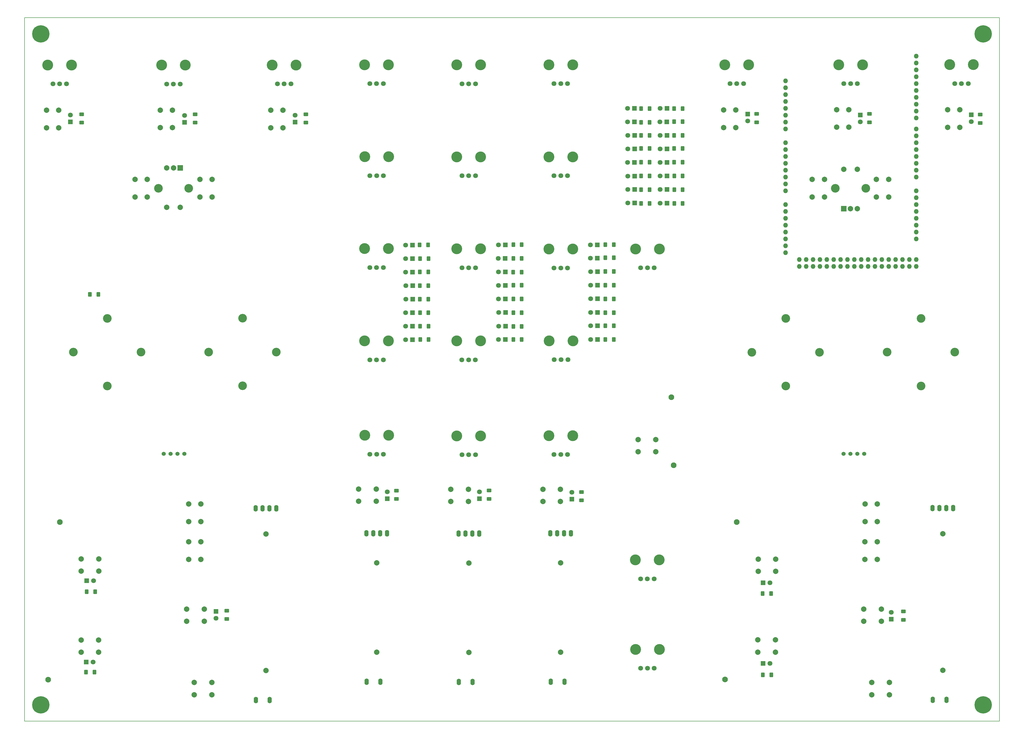
<source format=gbr>
%TF.GenerationSoftware,KiCad,Pcbnew,(5.99.0-11071-g7fde05e8ee)*%
%TF.CreationDate,2021-07-29T16:05:04+02:00*%
%TF.ProjectId,Mixduino,4d697864-7569-46e6-9f2e-6b696361645f,rev?*%
%TF.SameCoordinates,Original*%
%TF.FileFunction,Soldermask,Bot*%
%TF.FilePolarity,Negative*%
%FSLAX46Y46*%
G04 Gerber Fmt 4.6, Leading zero omitted, Abs format (unit mm)*
G04 Created by KiCad (PCBNEW (5.99.0-11071-g7fde05e8ee)) date 2021-07-29 16:05:04*
%MOMM*%
%LPD*%
G01*
G04 APERTURE LIST*
G04 Aperture macros list*
%AMRoundRect*
0 Rectangle with rounded corners*
0 $1 Rounding radius*
0 $2 $3 $4 $5 $6 $7 $8 $9 X,Y pos of 4 corners*
0 Add a 4 corners polygon primitive as box body*
4,1,4,$2,$3,$4,$5,$6,$7,$8,$9,$2,$3,0*
0 Add four circle primitives for the rounded corners*
1,1,$1+$1,$2,$3*
1,1,$1+$1,$4,$5*
1,1,$1+$1,$6,$7*
1,1,$1+$1,$8,$9*
0 Add four rect primitives between the rounded corners*
20,1,$1+$1,$2,$3,$4,$5,0*
20,1,$1+$1,$4,$5,$6,$7,0*
20,1,$1+$1,$6,$7,$8,$9,0*
20,1,$1+$1,$8,$9,$2,$3,0*%
G04 Aperture macros list end*
%TA.AperFunction,Profile*%
%ADD10C,0.150000*%
%TD*%
%ADD11O,1.727200X1.727200*%
%ADD12R,1.800000X1.800000*%
%ADD13C,1.800000*%
%ADD14C,2.000000*%
%ADD15O,1.600000X2.400000*%
%ADD16O,1.600000X2.462000*%
%ADD17C,2.100000*%
%ADD18C,3.600000*%
%ADD19C,6.400000*%
%ADD20C,3.200000*%
%ADD21C,4.000000*%
%ADD22C,1.524000*%
%ADD23R,2.000000X2.000000*%
%ADD24RoundRect,0.250000X-0.400000X-0.625000X0.400000X-0.625000X0.400000X0.625000X-0.400000X0.625000X0*%
%ADD25RoundRect,0.250000X0.625000X-0.400000X0.625000X0.400000X-0.625000X0.400000X-0.625000X-0.400000X0*%
%ADD26RoundRect,0.250000X0.400000X0.625000X-0.400000X0.625000X-0.400000X-0.625000X0.400000X-0.625000X0*%
%ADD27RoundRect,0.250000X-0.625000X0.400000X-0.625000X-0.400000X0.625000X-0.400000X0.625000X0.400000X0*%
G04 APERTURE END LIST*
D10*
X479000000Y-311000000D02*
X119000000Y-311000000D01*
X119000000Y-311000000D02*
X119000000Y-51000000D01*
X479000000Y-51000000D02*
X479000000Y-311000000D01*
X119000000Y-51000000D02*
X479000000Y-51000000D01*
D11*
%TO.C,XA1*%
X399957500Y-74315000D03*
X399957500Y-81935000D03*
X399957500Y-84475000D03*
X448217500Y-140355000D03*
X448217500Y-142895000D03*
X399957500Y-97175000D03*
X399957500Y-99715000D03*
X399957500Y-102255000D03*
X399957500Y-104795000D03*
X399957500Y-107335000D03*
X399957500Y-109875000D03*
X399957500Y-112415000D03*
X399957500Y-114955000D03*
X399957500Y-120035000D03*
X399957500Y-122575000D03*
X399957500Y-125115000D03*
X399957500Y-127655000D03*
X399957500Y-130195000D03*
X399957500Y-132735000D03*
X399957500Y-135275000D03*
X399957500Y-137815000D03*
X448217500Y-70251000D03*
X448217500Y-109875000D03*
X448217500Y-107335000D03*
X448217500Y-104795000D03*
X448217500Y-102255000D03*
X448217500Y-99715000D03*
X448217500Y-97175000D03*
X448217500Y-94635000D03*
X448217500Y-92095000D03*
X448217500Y-88031000D03*
X448217500Y-85491000D03*
X448217500Y-82951000D03*
X448217500Y-80411000D03*
X448217500Y-77871000D03*
X448217500Y-75331000D03*
X448217500Y-114955000D03*
X448217500Y-117495000D03*
X448217500Y-120035000D03*
X448217500Y-122575000D03*
X448217500Y-125115000D03*
X448217500Y-127655000D03*
X448217500Y-130195000D03*
X448217500Y-132735000D03*
X445677500Y-140355000D03*
X445677500Y-142895000D03*
X443137500Y-140355000D03*
X443137500Y-142895000D03*
X440597500Y-140355000D03*
X440597500Y-142895000D03*
X438057500Y-140355000D03*
X438057500Y-142895000D03*
X435517500Y-140355000D03*
X435517500Y-142895000D03*
X432977500Y-140355000D03*
X432977500Y-142895000D03*
X430437500Y-140355000D03*
X430437500Y-142895000D03*
X427897500Y-140355000D03*
X427897500Y-142895000D03*
X425357500Y-140355000D03*
X425357500Y-142895000D03*
X422817500Y-140355000D03*
X422817500Y-142895000D03*
X420277500Y-140355000D03*
X420277500Y-142895000D03*
X417737500Y-140355000D03*
X417737500Y-142895000D03*
X415197500Y-140355000D03*
X415197500Y-142895000D03*
X412657500Y-140355000D03*
X412657500Y-142895000D03*
X410117500Y-140355000D03*
X410117500Y-142895000D03*
X407577500Y-140355000D03*
X407577500Y-142895000D03*
X448217500Y-72791000D03*
X399957500Y-87015000D03*
X399957500Y-89555000D03*
X405037500Y-140355000D03*
X405037500Y-142895000D03*
X399957500Y-76855000D03*
X399957500Y-79395000D03*
X448217500Y-65171000D03*
X448217500Y-67711000D03*
X399957500Y-92095000D03*
%TD*%
D12*
%TO.C,D17*%
X296535000Y-154950000D03*
D13*
X293995000Y-154950000D03*
%TD*%
D14*
%TO.C,SW44*%
X428868839Y-274080000D03*
X435368839Y-274080000D03*
X435368839Y-269580000D03*
X428868839Y-269580000D03*
%TD*%
%TO.C,SW19*%
X179570000Y-244690000D03*
X179570000Y-251190000D03*
X184070000Y-244690000D03*
X184070000Y-251190000D03*
%TD*%
%TO.C,RV1*%
X249000000Y-285500000D03*
X249000000Y-252500000D03*
D15*
X245190000Y-241568000D03*
X250270000Y-241568000D03*
X247730000Y-241568000D03*
D16*
X252810000Y-241568000D03*
D15*
X250380000Y-296432000D03*
X245300000Y-296432000D03*
%TD*%
D12*
%TO.C,D14*%
X296530000Y-169960000D03*
D13*
X293990000Y-169960000D03*
%TD*%
D17*
%TO.C,REF\u002A\u002A*%
X127700000Y-295620000D03*
%TD*%
D14*
%TO.C,SW8*%
X146400000Y-251010000D03*
X139900000Y-251010000D03*
X139900000Y-255510000D03*
X146400000Y-255510000D03*
%TD*%
D12*
%TO.C,D3*%
X262245000Y-159990000D03*
D13*
X259705000Y-159990000D03*
%TD*%
D18*
%TO.C,REF\u002A\u002A*%
X473000000Y-57000000D03*
D19*
X473000000Y-57000000D03*
%TD*%
D14*
%TO.C,SW21*%
X352030000Y-211390000D03*
X345530000Y-211390000D03*
X345530000Y-206890000D03*
X352030000Y-206890000D03*
%TD*%
D20*
%TO.C,REF\u002A\u002A*%
X149520000Y-162090000D03*
%TD*%
D14*
%TO.C,SW14*%
X316880000Y-225270000D03*
X310380000Y-225270000D03*
X310380000Y-229770000D03*
X316880000Y-229770000D03*
%TD*%
D21*
%TO.C,RV20*%
X136350000Y-68470000D03*
X127550000Y-68470000D03*
D13*
X134450000Y-75470000D03*
X131950000Y-75470000D03*
X129450000Y-75470000D03*
%TD*%
D21*
%TO.C,RV22*%
X210460000Y-68460000D03*
X219260000Y-68460000D03*
D13*
X217360000Y-75460000D03*
X214860000Y-75460000D03*
X212360000Y-75460000D03*
%TD*%
D22*
%TO.C,TB1*%
X170390000Y-212180000D03*
X172930000Y-212180000D03*
X175470000Y-212180000D03*
X178010000Y-212180000D03*
%TD*%
D17*
%TO.C,REF\u002A\u002A*%
X377670000Y-295600000D03*
%TD*%
D14*
%TO.C,SW33*%
X169090000Y-85140000D03*
X169090000Y-91640000D03*
X173590000Y-85140000D03*
X173590000Y-91640000D03*
%TD*%
%TO.C,SW25*%
X433840000Y-237250000D03*
X433840000Y-230750000D03*
X429340000Y-237250000D03*
X429340000Y-230750000D03*
%TD*%
%TO.C,RV7*%
X283080000Y-252570000D03*
X283080000Y-285570000D03*
D15*
X284350000Y-241638000D03*
X279270000Y-241638000D03*
D16*
X286890000Y-241638000D03*
D15*
X281810000Y-241638000D03*
X279380000Y-296502000D03*
X284460000Y-296502000D03*
%TD*%
D12*
%TO.C,D38*%
X344265000Y-119500000D03*
D13*
X341725000Y-119500000D03*
%TD*%
D12*
%TO.C,D22*%
X252910000Y-228735000D03*
D13*
X252910000Y-226195000D03*
%TD*%
D12*
%TO.C,D54*%
X189685363Y-270450904D03*
D13*
X189685363Y-272990904D03*
%TD*%
D17*
%TO.C,REF\u002A\u002A*%
X132000000Y-237430000D03*
%TD*%
D14*
%TO.C,SW12*%
X181662000Y-296708000D03*
X188162000Y-296708000D03*
X181662000Y-301208000D03*
X188162000Y-301208000D03*
%TD*%
D12*
%TO.C,D46*%
X356255000Y-119510000D03*
D13*
X353715000Y-119510000D03*
%TD*%
D21*
%TO.C,RV8*%
X287400000Y-205550000D03*
X278600000Y-205550000D03*
D13*
X285500000Y-212550000D03*
X283000000Y-212550000D03*
X280500000Y-212550000D03*
%TD*%
D21*
%TO.C,RV12*%
X278610000Y-68440000D03*
X287410000Y-68440000D03*
D13*
X285510000Y-75440000D03*
X283010000Y-75440000D03*
X280510000Y-75440000D03*
%TD*%
D12*
%TO.C,D9*%
X141765000Y-289150000D03*
D13*
X144305000Y-289150000D03*
%TD*%
D12*
%TO.C,D31*%
X330585000Y-164880000D03*
D13*
X328045000Y-164880000D03*
%TD*%
D12*
%TO.C,D1*%
X262265000Y-170020000D03*
D13*
X259725000Y-170020000D03*
%TD*%
D12*
%TO.C,D25*%
X391675000Y-289630000D03*
D13*
X394215000Y-289630000D03*
%TD*%
D12*
%TO.C,D37*%
X330505000Y-134930000D03*
D13*
X327965000Y-134930000D03*
%TD*%
D12*
%TO.C,D49*%
X356185000Y-104450000D03*
D13*
X353645000Y-104450000D03*
%TD*%
D14*
%TO.C,RV23*%
X458100000Y-241720000D03*
X458100000Y-292220000D03*
D15*
X459370000Y-232220000D03*
X454290000Y-232220000D03*
D16*
X461910000Y-232220000D03*
D15*
X456830000Y-232220000D03*
X459400000Y-303120000D03*
X454320000Y-303120000D03*
%TD*%
D20*
%TO.C,REF\u002A\u002A*%
X211980000Y-174570000D03*
%TD*%
D14*
%TO.C,SW4*%
X396260000Y-280960000D03*
X389760000Y-280960000D03*
X396260000Y-285460000D03*
X389760000Y-285460000D03*
%TD*%
%TO.C,SW41*%
X159780000Y-117280000D03*
X159780000Y-110780000D03*
X164280000Y-110780000D03*
X164280000Y-117280000D03*
%TD*%
D12*
%TO.C,D11*%
X135900000Y-89475000D03*
D13*
X135900000Y-86935000D03*
%TD*%
D21*
%TO.C,RV11*%
X278590000Y-102400000D03*
X287390000Y-102400000D03*
D13*
X285490000Y-109400000D03*
X282990000Y-109400000D03*
X280490000Y-109400000D03*
%TD*%
D12*
%TO.C,D41*%
X344225000Y-104500000D03*
D13*
X341685000Y-104500000D03*
%TD*%
D12*
%TO.C,D16*%
X296575000Y-159970000D03*
D13*
X294035000Y-159970000D03*
%TD*%
D23*
%TO.C,SW26*%
X421490000Y-121550000D03*
D14*
X426490000Y-121550000D03*
X423990000Y-121550000D03*
D20*
X429590000Y-114050000D03*
X418390000Y-114050000D03*
D14*
X426490000Y-107050000D03*
X421490000Y-107050000D03*
%TD*%
D20*
%TO.C,REF\u002A\u002A*%
X186980000Y-174580000D03*
%TD*%
D12*
%TO.C,D55*%
X439050000Y-273305000D03*
D13*
X439050000Y-270765000D03*
%TD*%
D12*
%TO.C,D27*%
X386004000Y-86583000D03*
D13*
X386004000Y-89123000D03*
%TD*%
D20*
%TO.C,REF\u002A\u002A*%
X400050000Y-162120000D03*
%TD*%
D12*
%TO.C,D4*%
X262285000Y-155000000D03*
D13*
X259745000Y-155000000D03*
%TD*%
D12*
%TO.C,D30*%
X330535000Y-169890000D03*
D13*
X327995000Y-169890000D03*
%TD*%
D20*
%TO.C,REF\u002A\u002A*%
X387560000Y-174620000D03*
%TD*%
D18*
%TO.C,REF\u002A\u002A*%
X125000000Y-57000000D03*
D19*
X125000000Y-57000000D03*
%TD*%
D12*
%TO.C,D21*%
X296485000Y-134950000D03*
D13*
X293945000Y-134950000D03*
%TD*%
D14*
%TO.C,SW13*%
X438352000Y-296708000D03*
X431852000Y-296708000D03*
X438352000Y-301208000D03*
X431852000Y-301208000D03*
%TD*%
D17*
%TO.C,REF\u002A\u002A*%
X381960000Y-237410000D03*
%TD*%
D12*
%TO.C,D50*%
X356225000Y-99490000D03*
D13*
X353685000Y-99490000D03*
%TD*%
D14*
%TO.C,SW3*%
X139860000Y-281010000D03*
X146360000Y-281010000D03*
X146360000Y-285510000D03*
X139860000Y-285510000D03*
%TD*%
%TO.C,SW34*%
X423334000Y-91458000D03*
X423334000Y-84958000D03*
X418834000Y-91458000D03*
X418834000Y-84958000D03*
%TD*%
D20*
%TO.C,REF\u002A\u002A*%
X462510000Y-174590000D03*
%TD*%
D14*
%TO.C,SW43*%
X178850000Y-269550000D03*
X185350000Y-269550000D03*
X185350000Y-274050000D03*
X178850000Y-274050000D03*
%TD*%
D21*
%TO.C,RV24*%
X386390000Y-68380000D03*
X377590000Y-68380000D03*
D13*
X384490000Y-75380000D03*
X381990000Y-75380000D03*
X379490000Y-75380000D03*
%TD*%
D12*
%TO.C,D12*%
X178060000Y-89625000D03*
D13*
X178060000Y-87085000D03*
%TD*%
D21*
%TO.C,RV5*%
X253390000Y-102380000D03*
X244590000Y-102380000D03*
D13*
X251490000Y-109380000D03*
X248990000Y-109380000D03*
X246490000Y-109380000D03*
%TD*%
D21*
%TO.C,RV17*%
X321400000Y-102420000D03*
X312600000Y-102420000D03*
D13*
X319500000Y-109420000D03*
X317000000Y-109420000D03*
X314500000Y-109420000D03*
%TD*%
D12*
%TO.C,D8*%
X262245000Y-135010000D03*
D13*
X259705000Y-135010000D03*
%TD*%
D12*
%TO.C,D44*%
X344210000Y-89520000D03*
D13*
X341670000Y-89520000D03*
%TD*%
D12*
%TO.C,D48*%
X356225000Y-109500000D03*
D13*
X353685000Y-109500000D03*
%TD*%
D12*
%TO.C,D35*%
X330535000Y-144890000D03*
D13*
X327995000Y-144890000D03*
%TD*%
D12*
%TO.C,D13*%
X218910000Y-89545000D03*
D13*
X218910000Y-87005000D03*
%TD*%
D20*
%TO.C,REF\u002A\u002A*%
X450000000Y-162100000D03*
%TD*%
D14*
%TO.C,SW9*%
X396380000Y-251080000D03*
X389880000Y-251080000D03*
X389880000Y-255580000D03*
X396380000Y-255580000D03*
%TD*%
D21*
%TO.C,RV25*%
X428410000Y-68390000D03*
X419610000Y-68390000D03*
D13*
X426510000Y-75390000D03*
X424010000Y-75390000D03*
X421510000Y-75390000D03*
%TD*%
D14*
%TO.C,SW36*%
X209870000Y-91680000D03*
X209870000Y-85180000D03*
X214370000Y-85180000D03*
X214370000Y-91680000D03*
%TD*%
D12*
%TO.C,D20*%
X296435000Y-139960000D03*
D13*
X293895000Y-139960000D03*
%TD*%
D21*
%TO.C,RV10*%
X278600000Y-136430000D03*
X287400000Y-136430000D03*
D13*
X285500000Y-143430000D03*
X283000000Y-143430000D03*
X280500000Y-143430000D03*
%TD*%
D14*
%TO.C,SW42*%
X409840000Y-117230000D03*
X409840000Y-110730000D03*
X414340000Y-117230000D03*
X414340000Y-110730000D03*
%TD*%
D12*
%TO.C,D53*%
X356195000Y-84490000D03*
D13*
X353655000Y-84490000D03*
%TD*%
D14*
%TO.C,RV13*%
X316970000Y-285450000D03*
X316970000Y-252450000D03*
D15*
X318240000Y-241518000D03*
X313160000Y-241518000D03*
X315700000Y-241518000D03*
D16*
X320780000Y-241518000D03*
D15*
X318350000Y-296382000D03*
X313270000Y-296382000D03*
%TD*%
D12*
%TO.C,D43*%
X344260000Y-94470000D03*
D13*
X341720000Y-94470000D03*
%TD*%
D21*
%TO.C,RV18*%
X312610000Y-68380000D03*
X321410000Y-68380000D03*
D13*
X319510000Y-75380000D03*
X317010000Y-75380000D03*
X314510000Y-75380000D03*
%TD*%
D14*
%TO.C,SW30*%
X377130000Y-85110000D03*
X377130000Y-91610000D03*
X381630000Y-85110000D03*
X381630000Y-91610000D03*
%TD*%
D20*
%TO.C,REF\u002A\u002A*%
X137030000Y-174600000D03*
%TD*%
D21*
%TO.C,RV9*%
X287370000Y-170460000D03*
X278570000Y-170460000D03*
D13*
X285470000Y-177460000D03*
X282970000Y-177460000D03*
X280470000Y-177460000D03*
%TD*%
D14*
%TO.C,SW37*%
X459824000Y-91528000D03*
X459824000Y-85028000D03*
X464324000Y-85028000D03*
X464324000Y-91528000D03*
%TD*%
D20*
%TO.C,REF\u002A\u002A*%
X162020000Y-174580000D03*
%TD*%
D21*
%TO.C,RV4*%
X253350000Y-136330000D03*
X244550000Y-136330000D03*
D13*
X251450000Y-143330000D03*
X248950000Y-143330000D03*
X246450000Y-143330000D03*
%TD*%
D17*
%TO.C,REF\u002A\u002A*%
X357790000Y-191260000D03*
%TD*%
D12*
%TO.C,D26*%
X391663000Y-259842000D03*
D13*
X394203000Y-259842000D03*
%TD*%
D14*
%TO.C,SW39*%
X188270000Y-110770000D03*
X188270000Y-117270000D03*
X183770000Y-110770000D03*
X183770000Y-117270000D03*
%TD*%
D20*
%TO.C,REF\u002A\u002A*%
X412550000Y-174620000D03*
%TD*%
D12*
%TO.C,D32*%
X330555000Y-159890000D03*
D13*
X328015000Y-159890000D03*
%TD*%
D19*
%TO.C,REF\u002A\u002A*%
X125000000Y-305000000D03*
D18*
X125000000Y-305000000D03*
%TD*%
D20*
%TO.C,REF\u002A\u002A*%
X400060000Y-187090000D03*
%TD*%
D14*
%TO.C,RV19*%
X208170000Y-292300000D03*
X208170000Y-241800000D03*
D15*
X209440000Y-232300000D03*
X204360000Y-232300000D03*
X206900000Y-232300000D03*
D16*
X211980000Y-232300000D03*
D15*
X209470000Y-303200000D03*
X204390000Y-303200000D03*
%TD*%
D21*
%TO.C,RV14*%
X321400000Y-205450000D03*
X312600000Y-205450000D03*
D13*
X319500000Y-212450000D03*
X317000000Y-212450000D03*
X314500000Y-212450000D03*
%TD*%
D18*
%TO.C,REF\u002A\u002A*%
X473000000Y-305000000D03*
D19*
X473000000Y-305000000D03*
%TD*%
D21*
%TO.C,RV28*%
X344570000Y-251400000D03*
X353370000Y-251400000D03*
D13*
X351470000Y-258400000D03*
X348970000Y-258400000D03*
X346470000Y-258400000D03*
%TD*%
D12*
%TO.C,D10*%
X141925000Y-259090000D03*
D13*
X144465000Y-259090000D03*
%TD*%
D20*
%TO.C,REF\u002A\u002A*%
X437510000Y-174610000D03*
%TD*%
D12*
%TO.C,D29*%
X468564000Y-86883000D03*
D13*
X468564000Y-89423000D03*
%TD*%
D12*
%TO.C,D23*%
X286940000Y-228735000D03*
D13*
X286940000Y-226195000D03*
%TD*%
D12*
%TO.C,D6*%
X262270000Y-145010000D03*
D13*
X259730000Y-145010000D03*
%TD*%
D21*
%TO.C,RV27*%
X344610000Y-284440000D03*
X353410000Y-284440000D03*
D13*
X351510000Y-291440000D03*
X349010000Y-291440000D03*
X346510000Y-291440000D03*
%TD*%
D12*
%TO.C,D24*%
X321080000Y-228915000D03*
D13*
X321080000Y-226375000D03*
%TD*%
D21*
%TO.C,RV6*%
X253360000Y-68370000D03*
X244560000Y-68370000D03*
D13*
X251460000Y-75370000D03*
X248960000Y-75370000D03*
X246460000Y-75370000D03*
%TD*%
D12*
%TO.C,D33*%
X330555000Y-154880000D03*
D13*
X328015000Y-154880000D03*
%TD*%
D12*
%TO.C,D47*%
X356195000Y-114480000D03*
D13*
X353655000Y-114480000D03*
%TD*%
D21*
%TO.C,RV29*%
X344600000Y-136460000D03*
X353400000Y-136460000D03*
D13*
X351500000Y-143460000D03*
X349000000Y-143460000D03*
X346500000Y-143460000D03*
%TD*%
D12*
%TO.C,D36*%
X330485000Y-139860000D03*
D13*
X327945000Y-139860000D03*
%TD*%
D12*
%TO.C,D34*%
X330535000Y-149870000D03*
D13*
X327995000Y-149870000D03*
%TD*%
D12*
%TO.C,D18*%
X296555000Y-149950000D03*
D13*
X294015000Y-149950000D03*
%TD*%
D20*
%TO.C,REF\u002A\u002A*%
X199470000Y-162080000D03*
%TD*%
D12*
%TO.C,D15*%
X296575000Y-164990000D03*
D13*
X294035000Y-164990000D03*
%TD*%
D14*
%TO.C,SW10*%
X282880000Y-225270000D03*
X276380000Y-225270000D03*
X282880000Y-229770000D03*
X276380000Y-229770000D03*
%TD*%
D21*
%TO.C,RV15*%
X312700000Y-170400000D03*
X321500000Y-170400000D03*
D13*
X319600000Y-177400000D03*
X317100000Y-177400000D03*
X314600000Y-177400000D03*
%TD*%
D22*
%TO.C,TB2*%
X421390000Y-212180000D03*
X423930000Y-212180000D03*
X426470000Y-212180000D03*
X429010000Y-212180000D03*
%TD*%
D21*
%TO.C,RV21*%
X169570000Y-68480000D03*
X178370000Y-68480000D03*
D13*
X176470000Y-75480000D03*
X173970000Y-75480000D03*
X171470000Y-75480000D03*
%TD*%
D12*
%TO.C,D40*%
X344305000Y-109520000D03*
D13*
X341765000Y-109520000D03*
%TD*%
D14*
%TO.C,SW20*%
X429320000Y-251200000D03*
X429320000Y-244700000D03*
X433820000Y-244700000D03*
X433820000Y-251200000D03*
%TD*%
D12*
%TO.C,D7*%
X262245000Y-140010000D03*
D13*
X259705000Y-140010000D03*
%TD*%
D12*
%TO.C,D51*%
X356225000Y-94480000D03*
D13*
X353685000Y-94480000D03*
%TD*%
D12*
%TO.C,D39*%
X344275000Y-114460000D03*
D13*
X341735000Y-114460000D03*
%TD*%
D17*
%TO.C,REF\u002A\u002A*%
X358650000Y-216370000D03*
%TD*%
D21*
%TO.C,RV2*%
X253410000Y-205350000D03*
X244610000Y-205350000D03*
D13*
X251510000Y-212350000D03*
X249010000Y-212350000D03*
X246510000Y-212350000D03*
%TD*%
D12*
%TO.C,D19*%
X296495000Y-144960000D03*
D13*
X293955000Y-144960000D03*
%TD*%
D21*
%TO.C,RV16*%
X312590000Y-136480000D03*
X321390000Y-136480000D03*
D13*
X319490000Y-143480000D03*
X316990000Y-143480000D03*
X314490000Y-143480000D03*
%TD*%
D12*
%TO.C,D42*%
X344255000Y-99490000D03*
D13*
X341715000Y-99490000D03*
%TD*%
D12*
%TO.C,D5*%
X262305000Y-150000000D03*
D13*
X259765000Y-150000000D03*
%TD*%
D12*
%TO.C,D28*%
X427554000Y-86928000D03*
D13*
X427554000Y-89468000D03*
%TD*%
D14*
%TO.C,SW40*%
X438050000Y-117270000D03*
X438050000Y-110770000D03*
X433550000Y-117270000D03*
X433550000Y-110770000D03*
%TD*%
D12*
%TO.C,D52*%
X356165000Y-89470000D03*
D13*
X353625000Y-89470000D03*
%TD*%
D23*
%TO.C,SW16*%
X176500000Y-106530000D03*
D14*
X171500000Y-106530000D03*
X174000000Y-106530000D03*
D20*
X179600000Y-114030000D03*
X168400000Y-114030000D03*
D14*
X171500000Y-121030000D03*
X176500000Y-121030000D03*
%TD*%
D20*
%TO.C,REF\u002A\u002A*%
X149520000Y-187070000D03*
%TD*%
D12*
%TO.C,D2*%
X262225000Y-165010000D03*
D13*
X259685000Y-165010000D03*
%TD*%
D14*
%TO.C,SW24*%
X179600000Y-230750000D03*
X179600000Y-237250000D03*
X184100000Y-230750000D03*
X184100000Y-237250000D03*
%TD*%
D20*
%TO.C,REF\u002A\u002A*%
X450020000Y-187090000D03*
%TD*%
D14*
%TO.C,SW5*%
X242370000Y-225220000D03*
X248870000Y-225220000D03*
X248870000Y-229720000D03*
X242370000Y-229720000D03*
%TD*%
D20*
%TO.C,REF\u002A\u002A*%
X199490000Y-187060000D03*
%TD*%
D12*
%TO.C,D45*%
X344205000Y-84520000D03*
D13*
X341665000Y-84520000D03*
%TD*%
D14*
%TO.C,SW29*%
X127080000Y-85150000D03*
X127080000Y-91650000D03*
X131580000Y-85150000D03*
X131580000Y-91650000D03*
%TD*%
D21*
%TO.C,RV3*%
X253380000Y-170420000D03*
X244580000Y-170420000D03*
D13*
X251480000Y-177420000D03*
X248980000Y-177420000D03*
X246480000Y-177420000D03*
%TD*%
D21*
%TO.C,RV26*%
X460570000Y-68330000D03*
X469370000Y-68330000D03*
D13*
X467470000Y-75330000D03*
X464970000Y-75330000D03*
X462470000Y-75330000D03*
%TD*%
D24*
%TO.C,R1*%
X265090000Y-169926000D03*
X268190000Y-169926000D03*
%TD*%
%TO.C,R52*%
X358850000Y-89408000D03*
X361950000Y-89408000D03*
%TD*%
D25*
%TO.C,R11*%
X140088000Y-89778000D03*
X140088000Y-86678000D03*
%TD*%
D24*
%TO.C,R21*%
X299450000Y-134874000D03*
X302550000Y-134874000D03*
%TD*%
%TO.C,R25*%
X391642000Y-293878000D03*
X394742000Y-293878000D03*
%TD*%
%TO.C,R50*%
X358850000Y-99314000D03*
X361950000Y-99314000D03*
%TD*%
D26*
%TO.C,NPR1*%
X146250000Y-153240000D03*
X143150000Y-153240000D03*
%TD*%
D24*
%TO.C,R26*%
X391531000Y-263774000D03*
X394631000Y-263774000D03*
%TD*%
%TO.C,R34*%
X333450000Y-149860000D03*
X336550000Y-149860000D03*
%TD*%
%TO.C,R14*%
X299450000Y-169926000D03*
X302550000Y-169926000D03*
%TD*%
%TO.C,R37*%
X333476000Y-134874000D03*
X336576000Y-134874000D03*
%TD*%
%TO.C,R43*%
X346684000Y-94488000D03*
X349784000Y-94488000D03*
%TD*%
%TO.C,R45*%
X346684000Y-84582000D03*
X349784000Y-84582000D03*
%TD*%
D25*
%TO.C,R55*%
X443490000Y-273540000D03*
X443490000Y-270440000D03*
%TD*%
D24*
%TO.C,R38*%
X346684000Y-119634000D03*
X349784000Y-119634000D03*
%TD*%
%TO.C,R41*%
X346684000Y-104394000D03*
X349784000Y-104394000D03*
%TD*%
%TO.C,R7*%
X265036000Y-140030000D03*
X268136000Y-140030000D03*
%TD*%
%TO.C,R4*%
X264966000Y-155000000D03*
X268066000Y-155000000D03*
%TD*%
%TO.C,R32*%
X333450000Y-160020000D03*
X336550000Y-160020000D03*
%TD*%
%TO.C,R48*%
X358902000Y-109474000D03*
X362002000Y-109474000D03*
%TD*%
D27*
%TO.C,R27*%
X389286000Y-86556000D03*
X389286000Y-89656000D03*
%TD*%
D24*
%TO.C,R18*%
X299450000Y-149860000D03*
X302550000Y-149860000D03*
%TD*%
D25*
%TO.C,R22*%
X256286000Y-228880000D03*
X256286000Y-225780000D03*
%TD*%
%TO.C,R13*%
X222892000Y-89778000D03*
X222892000Y-86678000D03*
%TD*%
D24*
%TO.C,R42*%
X346684000Y-99314000D03*
X349784000Y-99314000D03*
%TD*%
%TO.C,R17*%
X299450000Y-154940000D03*
X302550000Y-154940000D03*
%TD*%
%TO.C,R40*%
X346684000Y-109474000D03*
X349784000Y-109474000D03*
%TD*%
%TO.C,R44*%
X346684000Y-89662000D03*
X349784000Y-89662000D03*
%TD*%
%TO.C,R19*%
X299440000Y-145034000D03*
X302540000Y-145034000D03*
%TD*%
%TO.C,R20*%
X299450000Y-139954000D03*
X302550000Y-139954000D03*
%TD*%
D27*
%TO.C,R54*%
X193655363Y-270155904D03*
X193655363Y-273255904D03*
%TD*%
D24*
%TO.C,R31*%
X333450000Y-164846000D03*
X336550000Y-164846000D03*
%TD*%
%TO.C,R33*%
X333450000Y-154940000D03*
X336550000Y-154940000D03*
%TD*%
%TO.C,R49*%
X358850000Y-104394000D03*
X361950000Y-104394000D03*
%TD*%
%TO.C,R3*%
X265016000Y-160040000D03*
X268116000Y-160040000D03*
%TD*%
%TO.C,R46*%
X358902000Y-119634000D03*
X362002000Y-119634000D03*
%TD*%
%TO.C,R16*%
X299450000Y-160020000D03*
X302550000Y-160020000D03*
%TD*%
%TO.C,R5*%
X264936000Y-150010000D03*
X268036000Y-150010000D03*
%TD*%
%TO.C,R2*%
X265066000Y-165010000D03*
X268166000Y-165010000D03*
%TD*%
%TO.C,R53*%
X358850000Y-84582000D03*
X361950000Y-84582000D03*
%TD*%
%TO.C,R30*%
X333450000Y-169926000D03*
X336550000Y-169926000D03*
%TD*%
%TO.C,R6*%
X264966000Y-144920000D03*
X268066000Y-144920000D03*
%TD*%
%TO.C,R8*%
X264896000Y-134960000D03*
X267996000Y-134960000D03*
%TD*%
D27*
%TO.C,R29*%
X471836000Y-86810000D03*
X471836000Y-89910000D03*
%TD*%
D25*
%TO.C,R24*%
X324612000Y-229388000D03*
X324612000Y-226288000D03*
%TD*%
D24*
%TO.C,R15*%
X299450000Y-165100000D03*
X302550000Y-165100000D03*
%TD*%
%TO.C,R36*%
X333476000Y-139700000D03*
X336576000Y-139700000D03*
%TD*%
D27*
%TO.C,R28*%
X430942000Y-86556000D03*
X430942000Y-89656000D03*
%TD*%
D24*
%TO.C,R9*%
X141706000Y-292862000D03*
X144806000Y-292862000D03*
%TD*%
%TO.C,R35*%
X333450000Y-144780000D03*
X336550000Y-144780000D03*
%TD*%
D25*
%TO.C,R12*%
X181998000Y-89778000D03*
X181998000Y-86678000D03*
%TD*%
D24*
%TO.C,R10*%
X141960000Y-263144000D03*
X145060000Y-263144000D03*
%TD*%
%TO.C,R51*%
X358850000Y-94488000D03*
X361950000Y-94488000D03*
%TD*%
%TO.C,R47*%
X358902000Y-114554000D03*
X362002000Y-114554000D03*
%TD*%
D27*
%TO.C,R23*%
X290550000Y-225710000D03*
X290550000Y-228810000D03*
%TD*%
D24*
%TO.C,R39*%
X346684000Y-114554000D03*
X349784000Y-114554000D03*
%TD*%
M02*

</source>
